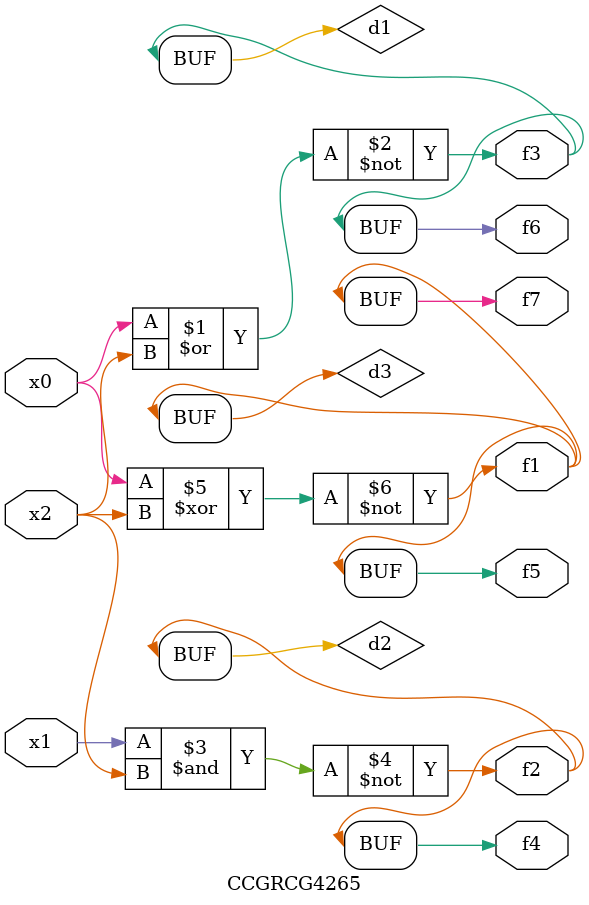
<source format=v>
module CCGRCG4265(
	input x0, x1, x2,
	output f1, f2, f3, f4, f5, f6, f7
);

	wire d1, d2, d3;

	nor (d1, x0, x2);
	nand (d2, x1, x2);
	xnor (d3, x0, x2);
	assign f1 = d3;
	assign f2 = d2;
	assign f3 = d1;
	assign f4 = d2;
	assign f5 = d3;
	assign f6 = d1;
	assign f7 = d3;
endmodule

</source>
